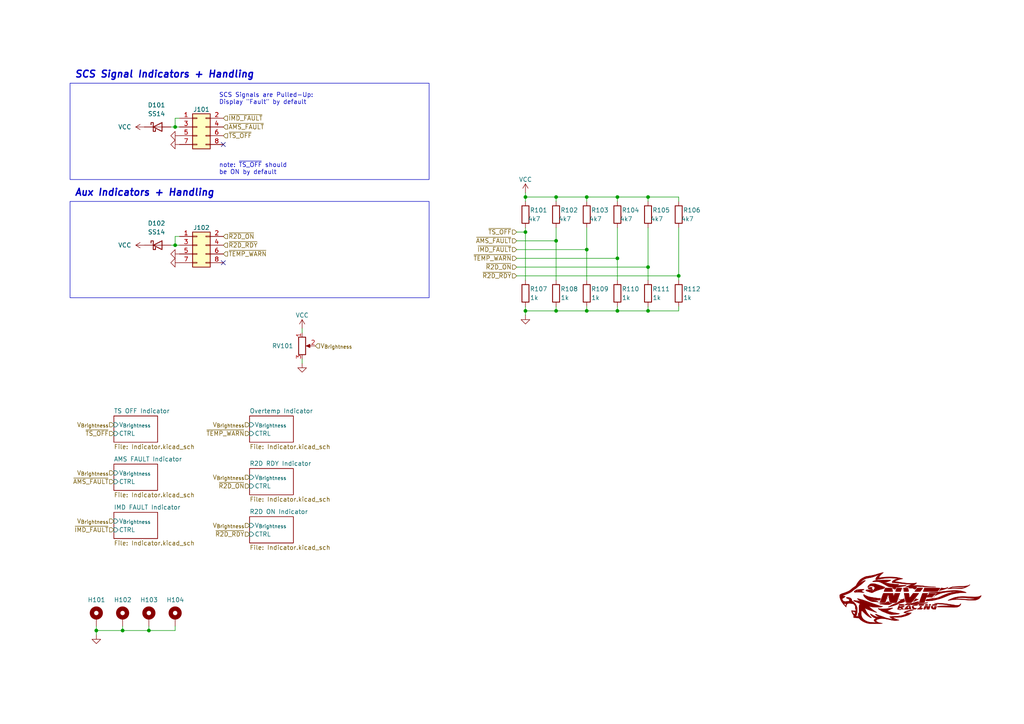
<source format=kicad_sch>
(kicad_sch (version 20230121) (generator eeschema)
  (paper "A4")
  (title_block (title "Dashboard Indicators") (date "2024-02-01") (rev "2") (company "Scott CJX"))
  (lib_symbols
    (symbol "Connector_Generic:Conn_02x04_Odd_Even" (pin_names (offset 1.016) hide)
      (property "Reference" "J" (at 1.27 5.08 0))
      (property "Value" "Conn_02x04_Odd_Even" (at 1.27 -7.62 0))
      (symbol "Conn_02x04_Odd_Even_1_1"
        (pin passive line (at -5.08 2.54 0) (length 3.81) (name "Pin_1") (number "1"))
        (pin passive line (at 7.62 2.54 180) (length 3.81) (name "Pin_2") (number "2"))
        (pin passive line (at -5.08 0 0) (length 3.81) (name "Pin_3") (number "3"))
        (pin passive line (at 7.62 0 180) (length 3.81) (name "Pin_4") (number "4"))
        (pin passive line (at -5.08 -2.54 0) (length 3.81) (name "Pin_5") (number "5"))
        (pin passive line (at 7.62 -2.54 180) (length 3.81) (name "Pin_6") (number "6"))
        (pin passive line (at -5.08 -5.08 0) (length 3.81) (name "Pin_7") (number "7"))
        (pin passive line (at 7.62 -5.08 180) (length 3.81) (name "Pin_8") (number "8"))
      )
    )
    (symbol "Device:D_Schottky" (pin_numbers hide) (pin_names (offset 1.016) hide)
      (property "Reference" "D" (at 0 2.54 0))
      (property "Value" "D_Schottky" (at 0 -2.54 0))
      (symbol "D_Schottky_1_1"
        (pin passive line (at -3.81 0 0) (length 2.54) (name "K") (number "1"))
        (pin passive line (at 3.81 0 180) (length 2.54) (name "A") (number "2"))
      )
    )
    (symbol "Device:R" (pin_numbers hide) (pin_names (offset 0))
      (property "Reference" "R" (at 2.032 0 90))
      (property "Value" "R" (at 0 0 90))
      (symbol "R_1_1"
        (pin passive line (at 0 3.81 270) (length 1.27) (name "~") (number "1"))
        (pin passive line (at 0 -3.81 90) (length 1.27) (name "~") (number "2"))
      )
    )
    (symbol "Device:R_Potentiometer" (pin_names (offset 1.016) hide)
      (property "Reference" "RV" (at -4.445 0 90))
      (property "Value" "R_Potentiometer" (at -2.54 0 90))
      (symbol "R_Potentiometer_1_1"
        (pin passive line (at 0 3.81 270) (length 1.27) (name "1") (number "1"))
        (pin passive line (at 3.81 0 180) (length 1.27) (name "2") (number "2"))
        (pin passive line (at 0 -3.81 90) (length 1.27) (name "3") (number "3"))
      )
    )
    (symbol "Mechanical:MountingHole_Pad" (pin_numbers hide) (pin_names (offset 1.016) hide)
      (property "Reference" "H" (at 0 6.35 0))
      (property "Value" "MountingHole_Pad" (at 0 4.445 0))
      (symbol "MountingHole_Pad_1_1"
        (pin input line (at 0 -2.54 90) (length 2.54) (name "1") (number "1"))
      )
    )
    (symbol "NVF-Kicad:NVF-Logo" (pin_names (offset 1.016)))
    (symbol "power:GND" (power) (pin_names (offset 0))
      (property "Value" "GND" (at 0 -3.81 0))
      (symbol "GND_1_1"
        (pin power_in line (at 0 0 270) (length 0) hide (name "GND") (number "1"))
      )
    )
    (symbol "power:VCC" (power) (pin_names (offset 0))
      (property "Value" "VCC" (at 0 3.81 0))
      (symbol "VCC_1_1"
        (pin power_in line (at 0 0 90) (length 0) hide (name "VCC") (number "1"))
      )
    )
  )
  (junction (at 35.56 182.88))
  (junction (at 152.4 67.31))
  (junction (at 161.29 69.85))
  (junction (at 170.18 72.39))
  (junction (at 179.07 74.93))
  (junction (at 43.18 182.88))
  (junction (at 50.8 71.12))
  (junction (at 187.96 57.15))
  (junction (at 179.07 90.17))
  (junction (at 196.85 80.01))
  (junction (at 161.29 57.15))
  (junction (at 187.96 77.47))
  (junction (at 152.4 57.15))
  (junction (at 170.18 57.15))
  (junction (at 161.29 90.17))
  (junction (at 152.4 90.17))
  (junction (at 27.94 182.88))
  (junction (at 179.07 57.15))
  (junction (at 170.18 90.17))
  (junction (at 50.8 36.83))
  (junction (at 187.96 90.17))
  (no_connect (at 64.77 76.2))
  (no_connect (at 64.77 41.91))
  (wire (pts (xy 149.86 69.85) (xy 161.29 69.85)))
  (wire (pts (xy 87.63 104.14) (xy 87.63 105.41)))
  (wire (pts (xy 149.86 74.93) (xy 179.07 74.93)))
  (wire (pts (xy 87.63 95.25) (xy 87.63 96.52)))
  (wire (pts (xy 152.4 67.31) (xy 152.4 81.28)))
  (wire (pts (xy 196.85 90.17) (xy 196.85 88.9)))
  (wire (pts (xy 152.4 90.17) (xy 152.4 88.9)))
  (wire (pts (xy 152.4 91.44) (xy 152.4 90.17)))
  (wire (pts (xy 50.8 71.12) (xy 52.07 71.12)))
  (wire (pts (xy 35.56 182.88) (xy 43.18 182.88)))
  (wire (pts (xy 179.07 74.93) (xy 179.07 81.28)))
  (wire (pts (xy 35.56 181.61) (xy 35.56 182.88)))
  (wire (pts (xy 187.96 57.15) (xy 196.85 57.15)))
  (wire (pts (xy 179.07 90.17) (xy 187.96 90.17)))
  (wire (pts (xy 161.29 90.17) (xy 170.18 90.17)))
  (wire (pts (xy 170.18 90.17) (xy 170.18 88.9)))
  (wire (pts (xy 149.86 72.39) (xy 170.18 72.39)))
  (wire (pts (xy 179.07 57.15) (xy 187.96 57.15)))
  (wire (pts (xy 50.8 181.61) (xy 50.8 182.88)))
  (wire (pts (xy 187.96 77.47) (xy 187.96 66.04)))
  (wire (pts (xy 152.4 57.15) (xy 161.29 57.15)))
  (wire (pts (xy 27.94 182.88) (xy 27.94 184.15)))
  (wire (pts (xy 161.29 57.15) (xy 170.18 57.15)))
  (wire (pts (xy 49.53 36.83) (xy 50.8 36.83)))
  (wire (pts (xy 170.18 57.15) (xy 179.07 57.15)))
  (wire (pts (xy 52.07 68.58) (xy 50.8 68.58)))
  (wire (pts (xy 161.29 66.04) (xy 161.29 69.85)))
  (wire (pts (xy 149.86 67.31) (xy 152.4 67.31)))
  (wire (pts (xy 152.4 55.88) (xy 152.4 57.15)))
  (wire (pts (xy 152.4 66.04) (xy 152.4 67.31)))
  (wire (pts (xy 152.4 90.17) (xy 161.29 90.17)))
  (wire (pts (xy 161.29 90.17) (xy 161.29 88.9)))
  (wire (pts (xy 27.94 181.61) (xy 27.94 182.88)))
  (wire (pts (xy 43.18 181.61) (xy 43.18 182.88)))
  (wire (pts (xy 50.8 68.58) (xy 50.8 71.12)))
  (wire (pts (xy 179.07 74.93) (xy 179.07 66.04)))
  (wire (pts (xy 149.86 77.47) (xy 187.96 77.47)))
  (wire (pts (xy 179.07 90.17) (xy 179.07 88.9)))
  (wire (pts (xy 50.8 36.83) (xy 52.07 36.83)))
  (wire (pts (xy 187.96 90.17) (xy 187.96 88.9)))
  (wire (pts (xy 27.94 182.88) (xy 35.56 182.88)))
  (wire (pts (xy 152.4 58.42) (xy 152.4 57.15)))
  (wire (pts (xy 50.8 34.29) (xy 50.8 36.83)))
  (wire (pts (xy 161.29 58.42) (xy 161.29 57.15)))
  (wire (pts (xy 43.18 182.88) (xy 50.8 182.88)))
  (wire (pts (xy 187.96 77.47) (xy 187.96 81.28)))
  (wire (pts (xy 52.07 34.29) (xy 50.8 34.29)))
  (wire (pts (xy 196.85 57.15) (xy 196.85 58.42)))
  (wire (pts (xy 187.96 90.17) (xy 196.85 90.17)))
  (wire (pts (xy 49.53 71.12) (xy 50.8 71.12)))
  (wire (pts (xy 179.07 58.42) (xy 179.07 57.15)))
  (wire (pts (xy 196.85 80.01) (xy 196.85 66.04)))
  (wire (pts (xy 187.96 58.42) (xy 187.96 57.15)))
  (wire (pts (xy 170.18 72.39) (xy 170.18 81.28)))
  (wire (pts (xy 170.18 57.15) (xy 170.18 58.42)))
  (wire (pts (xy 149.86 80.01) (xy 196.85 80.01)))
  (wire (pts (xy 161.29 69.85) (xy 161.29 81.28)))
  (wire (pts (xy 170.18 90.17) (xy 179.07 90.17)))
  (wire (pts (xy 170.18 66.04) (xy 170.18 72.39)))
  (wire (pts (xy 196.85 80.01) (xy 196.85 81.28)))
  (rectangle (start 20.32 24.13) (end 124.46 52.07))
  (rectangle (start 20.32 58.42) (end 124.46 86.36))
  (text "note: ~{TS_OFF} should \nbe ON by default" (at 63.5 50.8 0) (effects (font (size 1.27 1.27)) (justify left bottom)))
  (text "SCS Signal Indicators + Handling" (at 21.59 22.86 0) (effects (font (size 2 2) (thickness 0.4) bold italic) (justify left bottom)))
  (text "Aux Indicators + Handling" (at 21.59 57.15 0) (effects (font (size 2 2) (thickness 0.4) bold italic) (justify left bottom)))
  (text "SCS Signals are Pulled-Up:\nDisplay \"Fault\" by default" (at 63.5 30.48 0) (effects (font (size 1.27 1.27)) (justify left bottom)))
  (hierarchical_label "V_{Brightness}" (shape input) (at 72.39 123.19 180))
  (hierarchical_label "~{AMS_FAULT}" (shape input) (at 149.86 69.85 180))
  (hierarchical_label "~{TS_OFF}" (shape input) (at 149.86 67.31 180))
  (hierarchical_label "V_{Brightness}" (shape input) (at 72.39 152.4 180))
  (hierarchical_label "~{IMD_FAULT}" (shape input) (at 64.77 34.29 0))
  (hierarchical_label "~{TEMP_WARN}" (shape input) (at 72.39 125.73 180))
  (hierarchical_label "~{AMS_FAULT}" (shape input) (at 64.77 36.83 0))
  (hierarchical_label "V_{Brightness}" (shape input) (at 33.02 137.16 180))
  (hierarchical_label "~{R2D_ON}" (shape input) (at 64.77 68.58 0))
  (hierarchical_label "V_{Brightness}" (shape input) (at 72.39 138.43 180))
  (hierarchical_label "~{R2D_ON}" (shape input) (at 72.39 140.97 180))
  (hierarchical_label "~{IMD_FAULT}" (shape input) (at 149.86 72.39 180))
  (hierarchical_label "~{AMS_FAULT}" (shape input) (at 33.02 139.7 180))
  (hierarchical_label "~{IMD_FAULT}" (shape input) (at 33.02 153.67 180))
  (hierarchical_label "~{TEMP_WARN}" (shape input) (at 149.86 74.93 180))
  (hierarchical_label "~{TEMP_WARN}" (shape input) (at 64.77 73.66 0))
  (hierarchical_label "~{R2D_RDY}" (shape input) (at 72.39 154.94 180))
  (hierarchical_label "V_{Brightness}" (shape input) (at 33.02 123.19 180))
  (hierarchical_label "V_{Brightness}" (shape input) (at 91.44 100.33 0))
  (hierarchical_label "~{TS_OFF}" (shape input) (at 64.77 39.37 0))
  (hierarchical_label "~{TS_OFF}" (shape input) (at 33.02 125.73 180))
  (hierarchical_label "~{R2D_RDY}" (shape input) (at 64.77 71.12 0))
  (hierarchical_label "V_{Brightness}" (shape input) (at 33.02 151.13 180))
  (hierarchical_label "~{R2D_RDY}" (shape input) (at 149.86 80.01 180))
  (hierarchical_label "~{R2D_ON}" (shape input) (at 149.86 77.47 180))
  (symbol (lib_id "power:GND") (at 27.94 184.15 0) (unit 1)
    (property "Reference" "#PWR0106" (effects hide))
    (property "Value" "GND" (effects hide))
  )
  (symbol (lib_id "Device:R") (at 170.18 62.23 180) (unit 1)
    (property "Reference" "R103" (at 173.99 60.96 0))
    (property "Value" "4k7" (at 172.72 63.5 0))
    (property "Footprint" "Resistor_SMD:R_0603_1608Metric" (effects hide))
    (property "LCSC" "C25819" (effects hide))
  )
  (symbol (lib_id "power:VCC") (at 152.4 55.88 0) (unit 1)
    (property "Reference" "#PWR0105" (effects hide))
    (property "Value" "VCC" (at 152.4 52.07 0))
  )
  (symbol (lib_id "Device:R") (at 187.96 85.09 180) (unit 1)
    (property "Reference" "R111" (at 191.77 83.82 0))
    (property "Value" "1k" (at 190.5 86.36 0))
    (property "Footprint" "Resistor_SMD:R_0603_1608Metric" (effects hide))
    (property "LCSC" "C21190" (effects hide))
  )
  (symbol (lib_id "Device:R_Potentiometer") (at 87.63 100.33 0) (unit 1)
    (property "Reference" "RV101" (at 85.09 100.33 0) (effects (justify right)))
    (property "Value" "R_Potentiometer" (effects hide))
    (property "Footprint" "Potentiometer_THT:Potentiometer_Bourns_3296W_Vertical" (effects hide))
    (property "LCSC" "C60620" (effects hide))
  )
  (symbol (lib_id "power:GND") (at 52.07 41.91 270) (mirror x) (unit 1)
    (property "Reference" "#PWR0104" (effects hide))
    (property "Value" "GND" (effects hide))
  )
  (symbol (lib_id "power:VCC") (at 41.91 71.12 90) (unit 1)
    (property "Reference" "#PWR0102" (effects hide))
    (property "Value" "VCC" (at 38.1 71.12 90) (effects (justify left)))
  )
  (symbol (lib_id "Mechanical:MountingHole_Pad") (at 35.56 179.07 0) (unit 1)
    (property "Reference" "H102" (at 33.02 173.99 0) (effects (justify left)))
    (property "Value" "MountingHole_Pad" (effects hide))
    (property "Footprint" "MountingHole:MountingHole_4.3mm_M4_DIN965_Pad_TopBottom" (effects hide))
    (property "LCSC" "-" (effects hide))
  )
  (symbol (lib_id "Connector_Generic:Conn_02x04_Odd_Even") (at 57.15 71.12 0) (unit 1)
    (property "Reference" "J102" (at 58.42 66.04 0))
    (property "Value" "PHD_02x04V-H" (effects hide))
    (property "Footprint" "NVF-Kicad:PHD_02x04V-H" (effects hide))
    (property "LCSC" "-" (effects hide))
  )
  (symbol (lib_id "Device:R") (at 161.29 62.23 180) (unit 1)
    (property "Reference" "R102" (at 165.1 60.96 0))
    (property "Value" "4k7" (at 163.83 63.5 0))
    (property "Footprint" "Resistor_SMD:R_0603_1608Metric" (effects hide))
    (property "LCSC" "C25819" (effects hide))
  )
  (symbol (lib_id "NVF-Kicad:NVF-Logo") (at 264.16 177.8 0) (unit 1)
    (property "Reference" "#G101" (effects hide))
    (property "Value" "LOGO" (effects hide))
  )
  (symbol (lib_id "power:VCC") (at 41.91 36.83 90) (unit 1)
    (property "Reference" "#PWR0101" (effects hide))
    (property "Value" "VCC" (at 38.1 36.83 90) (effects (justify left)))
  )
  (symbol (lib_id "Device:R") (at 196.85 85.09 180) (unit 1)
    (property "Reference" "R112" (at 200.66 83.82 0))
    (property "Value" "1k" (at 199.39 86.36 0))
    (property "Footprint" "Resistor_SMD:R_0603_1608Metric" (effects hide))
    (property "LCSC" "C21190" (effects hide))
  )
  (symbol (lib_id "Device:R") (at 196.85 62.23 180) (unit 1)
    (property "Reference" "R106" (at 200.66 60.96 0))
    (property "Value" "4k7" (at 199.39 63.5 0))
    (property "Footprint" "Resistor_SMD:R_0603_1608Metric" (effects hide))
    (property "LCSC" "C25819" (effects hide))
  )
  (symbol (lib_id "Mechanical:MountingHole_Pad") (at 50.8 179.07 0) (unit 1)
    (property "Reference" "H104" (at 48.26 173.99 0) (effects (justify left)))
    (property "Value" "MountingHole_Pad" (effects hide))
    (property "Footprint" "MountingHole:MountingHole_4.3mm_M4_DIN965_Pad_TopBottom" (effects hide))
    (property "LCSC" "-" (effects hide))
  )
  (symbol (lib_id "power:GND") (at 152.4 91.44 0) (unit 1)
    (property "Reference" "#PWR0110" (effects hide))
    (property "Value" "GND" (effects hide))
  )
  (symbol (lib_id "Device:D_Schottky") (at 45.72 71.12 0) (unit 1)
    (property "Reference" "D102" (at 45.4025 64.77 0))
    (property "Value" "SS14" (at 45.4025 67.31 0))
    (property "Footprint" "Diode_SMD:D_SMA" (effects hide))
    (property "LCSC" "C2480" (effects hide))
  )
  (symbol (lib_id "power:GND") (at 52.07 39.37 270) (mirror x) (unit 1)
    (property "Reference" "#PWR0103" (effects hide))
    (property "Value" "GND" (effects hide))
  )
  (symbol (lib_id "Device:R") (at 179.07 62.23 180) (unit 1)
    (property "Reference" "R104" (at 182.88 60.96 0))
    (property "Value" "4k7" (at 181.61 63.5 0))
    (property "Footprint" "Resistor_SMD:R_0603_1608Metric" (effects hide))
    (property "LCSC" "C25819" (effects hide))
  )
  (symbol (lib_id "Device:R") (at 152.4 62.23 180) (unit 1)
    (property "Reference" "R101" (at 156.21 60.96 0))
    (property "Value" "4k7" (at 154.94 63.5 0))
    (property "Footprint" "Resistor_SMD:R_0603_1608Metric" (effects hide))
    (property "LCSC" "C25819" (effects hide))
  )
  (symbol (lib_id "Device:D_Schottky") (at 45.72 36.83 0) (unit 1)
    (property "Reference" "D101" (at 45.4025 30.48 0))
    (property "Value" "SS14" (at 45.4025 33.02 0))
    (property "Footprint" "Diode_SMD:D_SMA" (effects hide))
    (property "LCSC" "C2480" (effects hide))
  )
  (symbol (lib_id "Device:R") (at 187.96 62.23 180) (unit 1)
    (property "Reference" "R105" (at 191.77 60.96 0))
    (property "Value" "4k7" (at 190.5 63.5 0))
    (property "Footprint" "Resistor_SMD:R_0603_1608Metric" (effects hide))
    (property "LCSC" "C25819" (effects hide))
  )
  (symbol (lib_id "Device:R") (at 170.18 85.09 180) (unit 1)
    (property "Reference" "R109" (at 173.99 83.82 0))
    (property "Value" "1k" (at 172.72 86.36 0))
    (property "Footprint" "Resistor_SMD:R_0603_1608Metric" (effects hide))
    (property "LCSC" "C21190" (effects hide))
  )
  (symbol (lib_id "Mechanical:MountingHole_Pad") (at 43.18 179.07 0) (unit 1)
    (property "Reference" "H103" (at 40.64 173.99 0) (effects (justify left)))
    (property "Value" "MountingHole_Pad" (effects hide))
    (property "Footprint" "MountingHole:MountingHole_4.3mm_M4_DIN965_Pad_TopBottom" (effects hide))
    (property "LCSC" "-" (effects hide))
  )
  (symbol (lib_id "Device:R") (at 179.07 85.09 180) (unit 1)
    (property "Reference" "R110" (at 182.88 83.82 0))
    (property "Value" "1k" (at 181.61 86.36 0))
    (property "Footprint" "Resistor_SMD:R_0603_1608Metric" (effects hide))
    (property "LCSC" "C21190" (effects hide))
  )
  (symbol (lib_id "Device:R") (at 161.29 85.09 180) (unit 1)
    (property "Reference" "R108" (at 165.1 83.82 0))
    (property "Value" "1k" (at 163.83 86.36 0))
    (property "Footprint" "Resistor_SMD:R_0603_1608Metric" (effects hide))
    (property "LCSC" "C21190" (effects hide))
  )
  (symbol (lib_id "Device:R") (at 152.4 85.09 180) (unit 1)
    (property "Reference" "R107" (at 156.21 83.82 0))
    (property "Value" "1k" (at 154.94 86.36 0))
    (property "Footprint" "Resistor_SMD:R_0603_1608Metric" (effects hide))
    (property "LCSC" "C21190" (effects hide))
  )
  (symbol (lib_id "power:GND") (at 87.63 105.41 0) (unit 1)
    (property "Reference" "#PWR0112" (effects hide))
    (property "Value" "GND" (effects hide))
  )
  (symbol (lib_id "power:GND") (at 52.07 76.2 270) (mirror x) (unit 1)
    (property "Reference" "#PWR0109" (effects hide))
    (property "Value" "GND" (effects hide))
  )
  (symbol (lib_id "power:VCC") (at 87.63 95.25 0) (unit 1)
    (property "Reference" "#PWR0111" (effects hide))
    (property "Value" "VCC" (at 87.63 91.44 0))
  )
  (symbol (lib_id "Connector_Generic:Conn_02x04_Odd_Even") (at 57.15 36.83 0) (unit 1)
    (property "Reference" "J101" (at 58.42 31.75 0))
    (property "Value" "PHD_02x04V-H" (effects hide))
    (property "Footprint" "NVF-Kicad:PHD_02x04V-H" (effects hide))
    (property "LCSC" "-" (effects hide))
  )
  (symbol (lib_id "Mechanical:MountingHole_Pad") (at 27.94 179.07 0) (unit 1)
    (property "Reference" "H101" (at 25.4 173.99 0) (effects (justify left)))
    (property "Value" "MountingHole_Pad" (effects hide))
    (property "Footprint" "MountingHole:MountingHole_4.3mm_M4_DIN965_Pad_TopBottom" (effects hide))
    (property "LCSC" "-" (effects hide))
  )
  (symbol (lib_id "power:GND") (at 52.07 73.66 270) (mirror x) (unit 1)
    (property "Reference" "#PWR0108" (effects hide))
    (property "Value" "GND" (effects hide))
  )
  (sheet (at 33.02 148.59) (size 12.7 7.62) (stroke (width 0.1524))
    (property "Sheetname" "IMD FAULT Indicator" (at 33.02 147.8784 0) (effects (justify left bottom)))
    (property "Sheetfile" "Indicator.kicad_sch" (at 33.02 156.7946 0) (effects (justify left top)))
    (pin "CTRL" input (at 33.02 153.67 180))
    (pin "V_{Brightness}" input (at 33.02 151.13 180))
  )
  (sheet (at 72.39 135.89) (size 12.7 7.62) (stroke (width 0.1524))
    (property "Sheetname" "R2D RDY Indicator" (at 72.39 135.1784 0) (effects (justify left bottom)))
    (property "Sheetfile" "Indicator.kicad_sch" (at 72.39 144.0946 0) (effects (justify left top)))
    (pin "CTRL" input (at 72.39 140.97 180))
    (pin "V_{Brightness}" input (at 72.39 138.43 180))
  )
  (sheet (at 72.39 149.86) (size 12.7 7.62) (stroke (width 0.1524))
    (property "Sheetname" "R2D ON Indicator" (at 72.39 149.1484 0) (effects (justify left bottom)))
    (property "Sheetfile" "Indicator.kicad_sch" (at 72.39 158.0646 0) (effects (justify left top)))
    (pin "CTRL" input (at 72.39 154.94 180))
    (pin "V_{Brightness}" input (at 72.39 152.4 180))
  )
  (sheet (at 33.02 134.62) (size 12.7 7.62) (stroke (width 0.1524))
    (property "Sheetname" "AMS FAULT Indicator" (at 33.02 133.9084 0) (effects (justify left bottom)))
    (property "Sheetfile" "Indicator.kicad_sch" (at 33.02 142.8246 0) (effects (justify left top)))
    (pin "CTRL" input (at 33.02 139.7 180))
    (pin "V_{Brightness}" input (at 33.02 137.16 180))
  )
  (sheet (at 72.39 120.65) (size 12.7 7.62) (stroke (width 0.1524))
    (property "Sheetname" "Overtemp Indicator" (at 72.39 119.9384 0) (effects (justify left bottom)))
    (property "Sheetfile" "Indicator.kicad_sch" (at 72.39 128.8546 0) (effects (justify left top)))
    (pin "CTRL" input (at 72.39 125.73 180))
    (pin "V_{Brightness}" input (at 72.39 123.19 180))
  )
  (sheet (at 33.02 120.65) (size 12.7 7.62) (stroke (width 0.1524))
    (property "Sheetname" "TS OFF Indicator" (at 33.02 119.9384 0) (effects (justify left bottom)))
    (property "Sheetfile" "Indicator.kicad_sch" (at 33.02 128.8546 0) (effects (justify left top)))
    (pin "CTRL" input (at 33.02 125.73 180))
    (pin "V_{Brightness}" input (at 33.02 123.19 180))
  )
)
</source>
